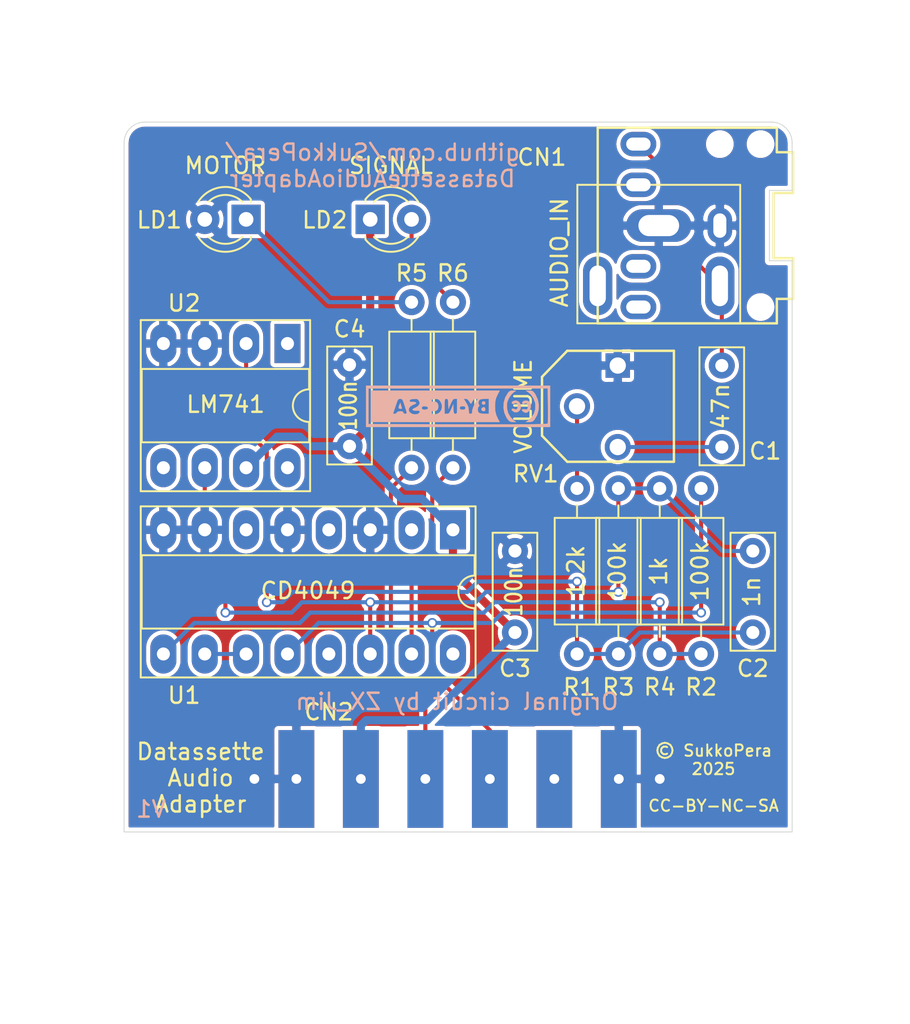
<source format=kicad_pcb>
(kicad_pcb (version 20171130) (host pcbnew 5.1.12)
  (title_block (title "Audio to Datassette Adapter") (date 2025-02-22) (rev 1git) (company SukkoPera) (comment 1 "Original circuit by ZX_Jim") (comment 2 https://zxjim.blogspot.com/2011_06_01_archive.html))
  (layers (0 F.Cu signal) (31 B.Cu signal) (36 B.SilkS user) (37 F.SilkS user) (38 B.Mask user) (39 F.Mask user) (44 Edge.Cuts user))
  (net 0 "")
  (net 1 "Net-(C1-Pad1)")
  (net 2 "Net-(C1-Pad2)")
  (net 3 "Net-(C2-Pad2)")
  (net 4 "Net-(C2-Pad1)")
  (net 5 "Net-(CN1-Pad3)")
  (net 6 GND)
  (net 7 /write)
  (net 8 /read)
  (net 9 /motor)
  (net 10 +5V)
  (net 11 "Net-(R1-Pad2)")
  (net 12 "Net-(R2-Pad1)")
  (net 13 "Net-(U1-Pad2)")
  (net 14 "Net-(U1-Pad10)")
  (net 15 "Net-(U1-Pad4)")
  (net 16 "Net-(U1-Pad6)")
  (net 17 "Net-(U2-Pad1)")
  (net 18 "Net-(U2-Pad5)")
  (net 19 "Net-(U2-Pad8)")
  (net 20 "Net-(LD1-Pad1)")
  (net 21 "Net-(LD2-Pad2)")
  (net 22 "Net-(R6-Pad2)")
  (net 23 "Net-(CN101-PadTN)")
  (net 24 "Net-(CN101-PadR)")
  (net 25 "Net-(CN101-PadRN)")
  (module CassetteAdapter:cc_by_nc_sa_small (layer B.Cu) (at 132.291667 83.352 180)
    (fp_text reference V0 hide)
    (fp_text value OSHW_LOGO hide)
    (fp_poly (pts (xy 5.672667 -1.27) (xy -5.630333 -1.27) (xy -5.630333 -0.550551) (xy -5.496475 -0.550551) (xy -5.494757 -0.786475) (xy -5.491138 -0.957034) (xy -5.485755 -1.045921) (xy -5.484341 -1.052918) (xy -5.467302 -1.062584) (xy -5.420188 -1.07122) (xy -5.339221 -1.07886) (xy -5.220625 -1.085542) (xy -5.060623 -1.0913) (xy -4.855439 -1.09617) (xy -4.601297 -1.100189) (xy -4.29442 -1.103391) (xy -3.931031 -1.105813) (xy -3.507355 -1.10749) (xy -3.019613 -1.108458) (xy -2.464031 -1.108753) (xy -1.836831 -1.10841) (xy -1.134236 -1.107466) (xy -0.352471 -1.105955) (xy 0.030482 -1.10509) (xy 5.5245 -1.0922) (xy 5.5245 1.0922) (xy -5.482167 1.0922) (xy -5.493657 0.052172) (xy -5.496154 -0.265566) (xy -5.496475 -0.550551) (xy -5.630333 -0.550551) (xy -5.630333 1.27) (xy 5.672667 1.27) (xy 5.672667 -1.27)) (layer B.SilkS) (width 0.01))
    (fp_poly (pts (xy -4.1275 0.96071) (xy -4.286993 0.859684) (xy -4.465451 0.696825) (xy -4.612377 0.4695) (xy -4.706277 0.214124) (xy -4.72317 0.120676) (xy -4.718641 -0.168745) (xy -4.637496 -0.441956) (xy -4.487782 -0.681684) (xy -4.277544 -0.870655) (xy -4.2545 -0.885474) (xy -4.1275 -0.964574) (xy -4.34183 -0.964887) (xy -4.484616 -0.954944) (xy -4.579907 -0.914184) (xy -4.663917 -0.826989) (xy -4.66508 -0.8255) (xy -4.828618 -0.546405) (xy -4.91801 -0.235271) (xy -4.932897 0.090118) (xy -4.87292 0.411976) (xy -4.737721 0.712519) (xy -4.697372 0.774701) (xy -4.610939 0.888515) (xy -4.533352 0.94446) (xy -4.42787 0.962259) (xy -4.346668 0.962955) (xy -4.1275 0.96071)) (layer B.SilkS) (width 0.01))
    (fp_poly (pts (xy -3.22081 0.954677) (xy -3.126361 0.915509) (xy -3.043362 0.830317) (xy -3.039587 0.825501) (xy -2.873699 0.545411) (xy -2.781012 0.235944) (xy -2.762051 -0.085158) (xy -2.817338 -0.400149) (xy -2.947397 -0.691284) (xy -2.992804 -0.759873) (xy -3.0883 -0.882413) (xy -3.169479 -0.943353) (xy -3.271432 -0.963602) (xy -3.337049 -0.96501) (xy -3.534833 -0.96482) (xy -3.404458 -0.869417) (xy -3.200641 -0.66917) (xy -3.057568 -0.420493) (xy -2.981977 -0.142299) (xy -2.980607 0.146497) (xy -3.002138 0.259899) (xy -3.084347 0.470705) (xy -3.213084 0.674389) (xy -3.363153 0.835205) (xy -3.44938 0.894407) (xy -3.520989 0.933797) (xy -3.533302 0.953777) (xy -3.477555 0.961315) (xy -3.362837 0.963212) (xy -3.22081 0.954677)) (layer B.SilkS) (width 0.01))
    (fp_poly (pts (xy 5.376333 0.9652) (xy 5.376333 -0.9652) (xy -2.537449 -0.9652) (xy -2.435487 -0.784901) (xy -2.319398 -0.531541) (xy -2.259643 -0.266432) (xy -2.248678 0.046565) (xy -2.250788 0.100141) (xy -2.270497 0.32711) (xy -2.301557 0.4572) (xy -1.862667 0.4572) (xy -1.862667 -0.4572) (xy -1.605884 -0.4572) (xy -1.453585 -0.448752) (xy -1.32633 -0.426915) (xy -1.267217 -0.404612) (xy -1.205401 -0.316731) (xy -1.185467 -0.189249) (xy -1.208914 -0.067925) (xy -1.25427 -0.009554) (xy -1.295688 0.041161) (xy -1.275436 0.072169) (xy -1.23234 0.15512) (xy -1.235089 0.272067) (xy -1.278823 0.375641) (xy -1.30955 0.404613) (xy -1.397048 0.43427) (xy -1.532663 0.45334) (xy -1.62705 0.4572) (xy -1.1827 0.4572) (xy -1.014683 0.169379) (xy -0.898584 -0.061444) (xy -0.849066 -0.244378) (xy -0.846667 -0.287821) (xy -0.837799 -0.404385) (xy -0.798584 -0.450552) (xy -0.740833 -0.4572) (xy -0.673355 -0.446526) (xy -0.642874 -0.395674) (xy -0.635094 -0.2764) (xy -0.635 -0.248106) (xy -0.619987 -0.1016) (xy -0.423333 -0.1016) (xy -0.409133 -0.16807) (xy -0.351739 -0.197447) (xy -0.254 -0.2032) (xy -0.143216 -0.194679) (xy -0.094254 -0.160243) (xy -0.084667 -0.1016) (xy -0.098867 -0.035129) (xy -0.156261 -0.005752) (xy -0.254 0) (xy -0.364784 -0.00852) (xy -0.413746 -0.042956) (xy -0.423333 -0.1016) (xy -0.619987 -0.1016) (xy -0.618506 -0.087157) (xy -0.560294 0.071247) (xy -0.483228 0.209094) (xy -0.331456 0.4572) (xy 0.084667 0.4572) (xy 0.084667 0) (xy 0.085557 -0.216444) (xy 0.091187 -0.350836) (xy 0.105989 -0.422725) (xy 0.134399 -0.451658) (xy 0.180851 -0.457181) (xy 0.188387 -0.4572) (xy 0.247257 -0.449102) (xy 0.280067 -0.408653) (xy 0.296475 -0.311619) (xy 0.304804 -0.1651) (xy 0.3175 0.127) (xy 0.4445 -0.164979) (xy 0.518113 -0.324579) (xy 0.575503 -0.412563) (xy 0.635549 -0.449773) (xy 0.709083 -0.457079) (xy 0.846667 -0.4572) (xy 0.846667 -0.037368) (xy 1.012394 -0.037368) (xy 1.051795 -0.219961) (xy 1.14971 -0.368694) (xy 1.28248 -0.451755) (xy 1.40588 -0.490713) (xy 1.488538 -0.50068) (xy 1.570062 -0.484695) (xy 1.598083 -0.475981) (xy 1.672413 -0.420334) (xy 1.693333 -0.361032) (xy 1.684707 -0.334254) (xy 2.377826 -0.334254) (xy 2.379253 -0.346184) (xy 2.431542 -0.42904) (xy 2.540694 -0.480709) (xy 2.681641 -0.495619) (xy 2.829313 -0.468199) (xy 2.864466 -0.454021) (xy 2.926558 -0.409648) (xy 3.175 -0.409648) (xy 3.211244 -0.4454) (xy 3.280833 -0.4572) (xy 3.365952 -0.430703) (xy 3.386667 -0.381) (xy 3.412171 -0.330228) (xy 3.498487 -0.307518) (xy 3.572637 -0.3048) (xy 3.713955 -0.321767) (xy 3.780301 -0.373879) (xy 3.782975 -0.381) (xy 3.83954 -0.4398) (xy 3.910583 -0.4572) (xy 4.013823 -0.4572) (xy 3.862117 0) (xy 3.790822 0.210694) (xy 3.738945 0.344161) (xy 3.695491 0.417993) (xy 3.649462 0.449782) (xy 3.589862 0.457119) (xy 3.576329 0.4572) (xy 3.509922 0.451894) (xy 3.461036 0.423526) (xy 3.417467 0.353424) (xy 3.367012 0.222914) (xy 3.308623 0.047552) (xy 3.248125 -0.143102) (xy 3.201904 -0.298637) (xy 3.177221 -0.394206) (xy 3.175 -0.409648) (xy 2.926558 -0.409648) (xy 2.995565 -0.360334) (xy 3.051124 -0.24443) (xy 3.034337 -0.12146) (xy 2.948397 -0.006573) (xy 2.796498 0.085084) (xy 2.747023 0.103101) (xy 2.630468 0.156999) (xy 2.594339 0.20976) (xy 2.634727 0.251214) (xy 2.747728 0.271189) (xy 2.811482 0.270926) (xy 2.932998 0.271668) (xy 2.988986 0.292616) (xy 2.997931 0.341356) (xy 2.997098 0.347126) (xy 2.967443 0.399477) (xy 2.887658 0.430545) (xy 2.742987 0.446953) (xy 2.602216 0.451063) (xy 2.51845 0.434291) (xy 2.464516 0.386662) (xy 2.431613 0.332653) (xy 2.386239 0.230715) (xy 2.393158 0.15153) (xy 2.425049 0.085769) (xy 2.505778 -0.003028) (xy 2.627825 -0.079493) (xy 2.665444 -0.095038) (xy 2.785405 -0.15354) (xy 2.824216 -0.207597) (xy 2.785347 -0.249438) (xy 2.672271 -0.271292) (xy 2.586308 -0.272211) (xy 2.456076 -0.273325) (xy 2.392435 -0.291915) (xy 2.377826 -0.334254) (xy 1.684707 -0.334254) (xy 1.675804 -0.306619) (xy 1.609638 -0.289881) (xy 1.53082 -0.295312) (xy 1.372113 -0.27864) (xy 1.269707 -0.189238) (xy 1.238827 -0.071642) (xy 1.874748 -0.071642) (xy 1.883833 -0.1524) (xy 1.939339 -0.184871) (xy 2.044624 -0.202271) (xy 2.076832 -0.2032) (xy 2.186615 -0.194405) (xy 2.234687 -0.158987) (xy 2.243667 -0.1016) (xy 2.229225 -0.034743) (xy 2.171066 -0.005468) (xy 2.076832 0) (xy 1.940969 -0.018744) (xy 1.874748 -0.071642) (xy 1.238827 -0.071642) (xy 1.228322 -0.03164) (xy 1.227667 -0.004244) (xy 1.26268 0.160172) (xy 1.358681 0.263969) (xy 1.502109 0.294692) (xy 1.546884 0.288907) (xy 1.64691 0.2767) (xy 1.685164 0.299122) (xy 1.685028 0.345573) (xy 1.652651 0.401988) (xy 1.566439 0.434112) (xy 1.457237 0.446834) (xy 1.318189 0.448064) (xy 1.226276 0.418284) (xy 1.14525 0.344083) (xy 1.129551 0.325607) (xy 1.036611 0.153137) (xy 1.012394 -0.037368) (xy 0.846667 -0.037368) (xy 0.846667 0) (xy 0.845778 0.216444) (xy 0.840152 0.350836) (xy 0.825351 0.422724) (xy 0.796937 0.451657) (xy 0.750469 0.457182) (xy 0.742853 0.4572) (xy 0.685754 0.449934) (xy 0.653139 0.412562) (xy 0.636408 0.321731) (xy 0.626961 0.154084) (xy 0.626437 0.141041) (xy 0.613833 -0.175119) (xy 0.473767 0.141041) (xy 0.394946 0.309487) (xy 0.334785 0.405194) (xy 0.276801 0.447859) (xy 0.209184 0.457201) (xy 0.084667 0.4572) (xy -0.331456 0.4572) (xy -0.451478 0.457054) (xy -0.564376 0.421058) (xy -0.656167 0.3048) (xy -0.717586 0.204552) (xy -0.759554 0.154003) (xy -0.763456 0.152547) (xy -0.797807 0.19157) (xy -0.852403 0.287434) (xy -0.861099 0.3048) (xy -0.941786 0.419736) (xy -1.04498 0.456864) (xy -1.05941 0.4572) (xy -1.1827 0.4572) (xy -1.62705 0.4572) (xy -1.862667 0.4572) (xy -2.301557 0.4572) (xy -2.312828 0.504402) (xy -2.390566 0.683255) (xy -2.401765 0.705103) (xy -2.536503 0.965201) (xy 1.419915 0.965201) (xy 5.376333 0.9652)) (layer B.SilkS) (width 0.01))
    (fp_poly (pts (xy -4.006411 0.329627) (xy -3.934322 0.275529) (xy -3.908859 0.193389) (xy -3.944795 0.142821) (xy -4.019657 0.141493) (xy -4.070111 0.16877) (xy -4.158946 0.190817) (xy -4.229598 0.134359) (xy -4.264491 0.022485) (xy -4.257908 -0.077993) (xy -4.232087 -0.164914) (xy -4.185837 -0.196776) (xy -4.090996 -0.18871) (xy -4.061919 -0.183293) (xy -3.94237 -0.179881) (xy -3.891206 -0.217631) (xy -3.914024 -0.281091) (xy -4.002492 -0.347445) (xy -4.097488 -0.392726) (xy -4.165509 -0.395615) (xy -4.233333 -0.37036) (xy -4.354001 -0.272288) (xy -4.428722 -0.123568) (xy -4.45102 0.044833) (xy -4.414419 0.201951) (xy -4.367583 0.271527) (xy -4.263895 0.333719) (xy -4.131165 0.3532) (xy -4.006411 0.329627)) (layer B.SilkS) (width 0.01))
    (fp_poly (pts (xy -3.393219 0.335438) (xy -3.30608 0.285465) (xy -3.267346 0.221456) (xy -3.293486 0.159187) (xy -3.300934 0.153191) (xy -3.382506 0.142207) (xy -3.430188 0.16508) (xy -3.532579 0.199745) (xy -3.607888 0.146069) (xy -3.640379 0.016394) (xy -3.640667 0) (xy -3.613238 -0.136483) (xy -3.541443 -0.198182) (xy -3.441017 -0.172753) (xy -3.430188 -0.165079) (xy -3.337533 -0.139057) (xy -3.298212 -0.155225) (xy -3.260738 -0.201081) (xy -3.291246 -0.259545) (xy -3.302 -0.27211) (xy -3.440381 -0.36527) (xy -3.601837 -0.364967) (xy -3.645133 -0.349294) (xy -3.766036 -0.254231) (xy -3.826529 -0.11818) (xy -3.831168 0.03469) (xy -3.784507 0.180212) (xy -3.691101 0.294217) (xy -3.555504 0.352537) (xy -3.512289 0.3556) (xy -3.393219 0.335438)) (layer B.SilkS) (width 0.01))
    (fp_poly (pts (xy -1.443748 -0.09725) (xy -1.403162 -0.169237) (xy -1.426684 -0.246558) (xy -1.499359 -0.2982) (xy -1.543838 -0.3048) (xy -1.625072 -0.284413) (xy -1.650448 -0.203681) (xy -1.651 -0.1778) (xy -1.62202 -0.076915) (xy -1.545513 -0.049751) (xy -1.443748 -0.09725)) (layer B.SilkS) (width 0.01))
    (fp_poly (pts (xy -1.462176 0.280988) (xy -1.439333 0.2032) (xy -1.464138 0.12353) (xy -1.545167 0.1016) (xy -1.628157 0.125413) (xy -1.651 0.2032) (xy -1.626196 0.282871) (xy -1.545167 0.3048) (xy -1.462176 0.280988)) (layer B.SilkS) (width 0.01))
    (fp_poly (pts (xy 3.624095 0.095625) (xy 3.674601 -0.045707) (xy 3.662927 -0.125206) (xy 3.587304 -0.152223) (xy 3.577167 -0.1524) (xy 3.497508 -0.14628) (xy 3.471333 -0.13458) (xy 3.483847 -0.079581) (xy 3.514499 0.031726) (xy 3.519761 0.049945) (xy 3.568189 0.21665) (xy 3.624095 0.095625)) (layer B.SilkS) (width 0.01))
  )
  (module CassetteAdapter:AudioJack_SJ1-3525N (layer F.Cu) (at 148.343 72.262 90)
    (fp_text reference CN101 hide)
    (fp_text value AUDIO_IN_JACK)
    (fp_line (start -6 -7.5) (end 6 -7.5) (layer F.SilkS) (width 0.15))
    (fp_line (start -4.5 4.5) (end -2 4.5) (layer F.SilkS) (width 0.15))
    (fp_line (start 6 3.5) (end 6 -7.5) (layer F.SilkS) (width 0.15))
    (fp_line (start -6 3.5) (end -6 -7.5) (layer F.SilkS) (width 0.15))
    (fp_line (start -4.5 4.5) (end -4.5 3.5) (layer F.SilkS) (width 0.15))
    (fp_line (start -4.5 3.5) (end -6 3.5) (layer F.SilkS) (width 0.15))
    (fp_line (start -2 4.5) (end -2 3.3) (layer F.SilkS) (width 0.15))
    (fp_line (start -2 3.3) (end 2 3.3) (layer F.SilkS) (width 0.15))
    (fp_line (start 2 3.3) (end 2 4.5) (layer F.SilkS) (width 0.15))
    (fp_line (start 2 4.5) (end 4.5 4.5) (layer F.SilkS) (width 0.15))
    (fp_line (start 4.5 4.5) (end 4.5 3.5) (layer F.SilkS) (width 0.15))
    (fp_line (start 6 3.5) (end 4.5 3.5) (layer F.SilkS) (width 0.15))
    (pad T thru_hole oval (at 5 -5 90) (size 1.5 2.2) (drill oval 0.8 1.5) (layers *.Cu *.Mask) (net 2 "Net-(C1-Pad2)"))
    (pad TN thru_hole oval (at 2.5 -5 90) (size 1.5 2.2) (drill oval 0.8 1.5) (layers *.Cu *.Mask) (net 23 "Net-(CN101-PadTN)"))
    (pad R thru_hole oval (at -5 -5 90) (size 1.5 2.2) (drill oval 0.8 1.5) (layers *.Cu *.Mask) (net 24 "Net-(CN101-PadR)"))
    (pad RN thru_hole oval (at -2.5 -5 90) (size 1.5 2.2) (drill oval 0.8 1.5) (layers *.Cu *.Mask) (net 25 "Net-(CN101-PadRN)"))
    (pad "" np_thru_hole circle (at 5 2.5 90) (size 1.2 1.2) (drill 1.2) (layers *.Cu *.Mask))
    (pad "" np_thru_hole circle (at 5 0 90) (size 1.2 1.2) (drill 1.2) (layers *.Cu *.Mask))
    (pad "" np_thru_hole circle (at -5 2.5 90) (size 1.2 1.2) (drill 1.2) (layers *.Cu *.Mask))
    (pad S thru_hole oval (at 0 0 90) (size 2.2 1.5) (drill oval 1.5 0.8) (layers *.Cu *.Mask) (net 6 GND))
  )
  (module CassetteAdapter:C64-Cassette-Port-Female (layer F.Cu) (at 131.699 109.22)
    (fp_text reference CN2 (at -7.366 -7.112) (layer F.SilkS))
    (fp_text value TAPE_PORT)
    (pad 1 smd rect (at 10.44 -3) (size 2.2 6) (layers F.Cu F.Paste F.Mask) (net 6 GND))
    (pad 2 smd rect (at 6.48 -3) (size 2.2 6) (layers F.Cu F.Paste F.Mask) (net 7 /write))
    (pad 3 smd rect (at 2.52 -3) (size 2.2 6) (layers F.Cu F.Paste F.Mask) (net 8 /read))
    (pad 4 smd rect (at -1.44 -3) (size 2.2 6) (layers F.Cu F.Paste F.Mask) (net 9 /motor))
    (pad 5 smd rect (at -5.4 -3) (size 2.2 6) (layers F.Cu F.Paste F.Mask) (net 10 +5V))
    (pad 6 smd rect (at -9.36 -3) (size 2.2 6) (layers F.Cu F.Paste F.Mask) (net 6 GND))
    (pad 1 smd rect (at 10.44 -3) (size 2.2 6) (layers B.Cu B.Paste B.Mask) (net 6 GND))
    (pad 2 smd rect (at 6.48 -3) (size 2.2 6) (layers B.Cu B.Paste B.Mask) (net 7 /write))
    (pad 3 smd rect (at 2.52 -3) (size 2.2 6) (layers B.Cu B.Paste B.Mask) (net 8 /read))
    (pad 4 smd rect (at -1.44 -3) (size 2.2 6) (layers B.Cu B.Paste B.Mask) (net 9 /motor))
    (pad 5 smd rect (at -5.4 -3) (size 2.2 6) (layers B.Cu B.Paste B.Mask) (net 10 +5V))
    (pad 6 smd rect (at -9.36 -3) (size 2.2 6) (layers B.Cu B.Paste B.Mask) (net 6 GND))
  )
  (module Capacitor_THT:C_Disc_D7.0mm_W2.5mm_P5.00mm (layer F.Cu) (at 148.463 85.852 90)
    (fp_text reference C1 (at -0.254 2.667 180) (layer F.SilkS))
    (fp_text value 47n (at 2.5 -0.0675 90) (layer F.SilkS))
    (fp_line (start 6.12 -1.37) (end 6.12 1.37) (layer F.SilkS) (width 0.12))
    (fp_line (start -1.12 -1.37) (end -1.12 1.37) (layer F.SilkS) (width 0.12))
    (fp_line (start -1.12 1.37) (end 6.12 1.37) (layer F.SilkS) (width 0.12))
    (fp_line (start -1.12 -1.37) (end 6.12 -1.37) (layer F.SilkS) (width 0.12))
    (pad 1 thru_hole circle (at 0 0 90) (size 1.6 1.6) (drill 0.8) (layers *.Cu *.Mask) (net 1 "Net-(C1-Pad1)"))
    (pad 2 thru_hole circle (at 5 0 90) (size 1.6 1.6) (drill 0.8) (layers *.Cu *.Mask) (net 2 "Net-(C1-Pad2)"))
  )
  (module Capacitor_THT:C_Disc_D7.0mm_W2.5mm_P5.00mm (layer F.Cu) (at 150.368 92.232 270)
    (fp_text reference C2 (at 7.209 0 180) (layer F.SilkS))
    (fp_text value 1n (at 2.5 0.0675 90) (layer F.SilkS))
    (fp_line (start -1.12 -1.37) (end 6.12 -1.37) (layer F.SilkS) (width 0.12))
    (fp_line (start -1.12 1.37) (end 6.12 1.37) (layer F.SilkS) (width 0.12))
    (fp_line (start -1.12 -1.37) (end -1.12 1.37) (layer F.SilkS) (width 0.12))
    (fp_line (start 6.12 -1.37) (end 6.12 1.37) (layer F.SilkS) (width 0.12))
    (pad 2 thru_hole circle (at 5 0 270) (size 1.6 1.6) (drill 0.8) (layers *.Cu *.Mask) (net 3 "Net-(C2-Pad2)"))
    (pad 1 thru_hole circle (at 0 0 270) (size 1.6 1.6) (drill 0.8) (layers *.Cu *.Mask) (net 4 "Net-(C2-Pad1)"))
  )
  (module CassetteAdapter:SWITCHCRAFT_PJRAN1X1U01X (layer F.Cu) (at 144.593 72.262 180)
    (fp_text reference CN1 (at 7.179 4.19) (layer F.SilkS))
    (fp_text value AUDIO_IN (at 6.096 -1.651 90) (layer F.SilkS))
    (fp_line (start 5 -6) (end -5 -6) (layer F.SilkS) (width 0.12))
    (fp_line (start 5 2.5) (end 5 -6) (layer F.SilkS) (width 0.12))
    (fp_line (start -5 2.5) (end 5 2.5) (layer F.SilkS) (width 0.12))
    (fp_line (start -5 -6) (end -5 2.5) (layer F.SilkS) (width 0.12))
    (pad 1 thru_hole oval (at 0 0 180) (size 4 2) (drill oval 2.5 1.3) (layers *.Cu *.Mask) (net 6 GND))
    (pad 3 thru_hole oval (at 3.75 -3.7 180) (size 1.8 3.6) (drill oval 1 2.5) (layers *.Cu *.Mask) (net 5 "Net-(CN1-Pad3)"))
    (pad 2 thru_hole oval (at -3.75 -3.7 180) (size 1.8 3.6) (drill oval 1 2.5) (layers *.Cu *.Mask) (net 2 "Net-(C1-Pad2)"))
  )
  (module CassetteAdapter:Pot_Bourns_3306P (layer F.Cu) (at 140.823 83.352 90)
    (fp_text reference RV1 (at -4.151 -3.79 180) (layer F.SilkS))
    (fp_text value 15k)
    (fp_line (start -1.805 -3.4) (end 1.805 -3.4) (layer F.SilkS) (width 0.15))
    (fp_line (start 3.405 -1.85) (end 3.405 4.7) (layer F.SilkS) (width 0.15))
    (fp_line (start -3.405 -1.85) (end -3.405 4.7) (layer F.SilkS) (width 0.15))
    (fp_line (start -3.405 4.7) (end 3.405 4.7) (layer F.SilkS) (width 0.15))
    (fp_line (start -3.405 -1.85) (end -1.805 -3.4) (layer F.SilkS) (width 0.15))
    (fp_line (start 3.405 -1.85) (end 1.805 -3.4) (layer F.SilkS) (width 0.15))
    (pad 1 thru_hole rect (at 2.5 1.25 90) (size 1.5 1.5) (drill 1) (layers *.Cu *.Mask) (net 6 GND))
    (pad 3 thru_hole circle (at -2.5 1.25 90) (size 1.6 1.6) (drill 1) (layers *.Cu *.Mask) (net 1 "Net-(C1-Pad1)"))
    (pad 2 thru_hole circle (at 0 -1.25 90) (size 1.6 1.6) (drill 1) (layers *.Cu *.Mask) (net 11 "Net-(R1-Pad2)"))
  )
  (module Package_DIP:DIP-8_W7.62mm_Socket_LongPads (layer F.Cu) (at 121.793 79.502 270)
    (fp_text reference U2 (at -2.4765 6.35 180) (layer F.SilkS))
    (fp_text value LM741 (at 3.7325 3.8 180) (layer F.SilkS))
    (fp_line (start 9.06 -1.39) (end -1.44 -1.39) (layer F.SilkS) (width 0.12))
    (fp_line (start 9.06 9.01) (end 9.06 -1.39) (layer F.SilkS) (width 0.12))
    (fp_line (start -1.44 9.01) (end 9.06 9.01) (layer F.SilkS) (width 0.12))
    (fp_line (start -1.44 -1.39) (end -1.44 9.01) (layer F.SilkS) (width 0.12))
    (fp_line (start 6.06 -1.33) (end 4.81 -1.33) (layer F.SilkS) (width 0.12))
    (fp_line (start 6.06 8.95) (end 6.06 -1.33) (layer F.SilkS) (width 0.12))
    (fp_line (start 1.56 8.95) (end 6.06 8.95) (layer F.SilkS) (width 0.12))
    (fp_line (start 1.56 -1.33) (end 1.56 8.95) (layer F.SilkS) (width 0.12))
    (fp_line (start 2.81 -1.33) (end 1.56 -1.33) (layer F.SilkS) (width 0.12))
    (fp_arc (start 3.81 -1.33) (end 2.81 -1.33) (angle -180) (layer F.SilkS) (width 0.12))
    (pad 1 thru_hole rect (at 0 0 270) (size 2.4 1.6) (drill 0.8) (layers *.Cu *.Mask) (net 17 "Net-(U2-Pad1)"))
    (pad 5 thru_hole oval (at 7.62 7.62 270) (size 2.4 1.6) (drill 0.8) (layers *.Cu *.Mask) (net 18 "Net-(U2-Pad5)"))
    (pad 2 thru_hole oval (at 0 2.54 270) (size 2.4 1.6) (drill 0.8) (layers *.Cu *.Mask) (net 3 "Net-(C2-Pad2)"))
    (pad 6 thru_hole oval (at 7.62 5.08 270) (size 2.4 1.6) (drill 0.8) (layers *.Cu *.Mask) (net 4 "Net-(C2-Pad1)"))
    (pad 3 thru_hole oval (at 0 5.08 270) (size 2.4 1.6) (drill 0.8) (layers *.Cu *.Mask) (net 6 GND))
    (pad 7 thru_hole oval (at 7.62 2.54 270) (size 2.4 1.6) (drill 0.8) (layers *.Cu *.Mask) (net 10 +5V))
    (pad 4 thru_hole oval (at 0 7.62 270) (size 2.4 1.6) (drill 0.8) (layers *.Cu *.Mask) (net 6 GND))
    (pad 8 thru_hole oval (at 7.62 0 270) (size 2.4 1.6) (drill 0.8) (layers *.Cu *.Mask) (net 19 "Net-(U2-Pad8)"))
  )
  (module LED_THT:LED_D3.0mm (layer F.Cu) (at 119.253 71.882 180)
    (fp_text reference LD1 (at 5.334 -0.039) (layer F.SilkS))
    (fp_text value LED)
    (fp_line (start -0.29 -1.236) (end -0.29 -1.08) (layer F.SilkS) (width 0.12))
    (fp_line (start -0.29 1.08) (end -0.29 1.236) (layer F.SilkS) (width 0.12))
    (fp_arc (start 1.27 0) (end 0.229039 1.08) (angle -87.9) (layer F.SilkS) (width 0.12))
    (fp_arc (start 1.27 0) (end 0.229039 -1.08) (angle 87.9) (layer F.SilkS) (width 0.12))
    (fp_arc (start 1.27 0) (end -0.29 1.235516) (angle -108.8) (layer F.SilkS) (width 0.12))
    (fp_arc (start 1.27 0) (end -0.29 -1.235516) (angle 108.8) (layer F.SilkS) (width 0.12))
    (pad 2 thru_hole circle (at 2.54 0 180) (size 1.8 1.8) (drill 0.9) (layers *.Cu *.Mask) (net 6 GND))
    (pad 1 thru_hole rect (at 0 0 180) (size 1.8 1.8) (drill 0.9) (layers *.Cu *.Mask) (net 20 "Net-(LD1-Pad1)"))
  )
  (module LED_THT:LED_D3.0mm (layer F.Cu) (at 126.873 71.882)
    (fp_text reference LD2 (at -2.794 0.039) (layer F.SilkS))
    (fp_text value LED)
    (fp_line (start -0.29 1.08) (end -0.29 1.236) (layer F.SilkS) (width 0.12))
    (fp_line (start -0.29 -1.236) (end -0.29 -1.08) (layer F.SilkS) (width 0.12))
    (fp_arc (start 1.27 0) (end -0.29 -1.235516) (angle 108.8) (layer F.SilkS) (width 0.12))
    (fp_arc (start 1.27 0) (end -0.29 1.235516) (angle -108.8) (layer F.SilkS) (width 0.12))
    (fp_arc (start 1.27 0) (end 0.229039 -1.08) (angle 87.9) (layer F.SilkS) (width 0.12))
    (fp_arc (start 1.27 0) (end 0.229039 1.08) (angle -87.9) (layer F.SilkS) (width 0.12))
    (pad 1 thru_hole rect (at 0 0) (size 1.8 1.8) (drill 0.9) (layers *.Cu *.Mask) (net 10 +5V))
    (pad 2 thru_hole circle (at 2.54 0) (size 1.8 1.8) (drill 0.9) (layers *.Cu *.Mask) (net 21 "Net-(LD2-Pad2)"))
  )
  (module Resistor_THT:R_Axial_DIN0207_L6.3mm_D2.5mm_P10.16mm_Horizontal (layer F.Cu) (at 139.573 98.552 90)
    (fp_text reference R1 (at -2.032 0.127 180) (layer F.SilkS))
    (fp_text value 1.2k (at 5.08 -0.0675 90) (layer F.SilkS))
    (fp_line (start 1.81 -1.37) (end 1.81 1.37) (layer F.SilkS) (width 0.12))
    (fp_line (start 1.81 1.37) (end 8.35 1.37) (layer F.SilkS) (width 0.12))
    (fp_line (start 8.35 1.37) (end 8.35 -1.37) (layer F.SilkS) (width 0.12))
    (fp_line (start 8.35 -1.37) (end 1.81 -1.37) (layer F.SilkS) (width 0.12))
    (fp_line (start 1.04 0) (end 1.81 0) (layer F.SilkS) (width 0.12))
    (fp_line (start 9.12 0) (end 8.35 0) (layer F.SilkS) (width 0.12))
    (pad 1 thru_hole circle (at 0 0 90) (size 1.6 1.6) (drill 0.8) (layers *.Cu *.Mask) (net 3 "Net-(C2-Pad2)"))
    (pad 2 thru_hole oval (at 10.16 0 90) (size 1.6 1.6) (drill 0.8) (layers *.Cu *.Mask) (net 11 "Net-(R1-Pad2)"))
  )
  (module Resistor_THT:R_Axial_DIN0207_L6.3mm_D2.5mm_P10.16mm_Horizontal (layer F.Cu) (at 147.193 98.552 90)
    (fp_text reference R2 (at -2.032 0 180) (layer F.SilkS))
    (fp_text value 100k (at 5.08 -0.0675 90) (layer F.SilkS))
    (fp_line (start 9.12 0) (end 8.35 0) (layer F.SilkS) (width 0.12))
    (fp_line (start 1.04 0) (end 1.81 0) (layer F.SilkS) (width 0.12))
    (fp_line (start 8.35 -1.37) (end 1.81 -1.37) (layer F.SilkS) (width 0.12))
    (fp_line (start 8.35 1.37) (end 8.35 -1.37) (layer F.SilkS) (width 0.12))
    (fp_line (start 1.81 1.37) (end 8.35 1.37) (layer F.SilkS) (width 0.12))
    (fp_line (start 1.81 -1.37) (end 1.81 1.37) (layer F.SilkS) (width 0.12))
    (pad 2 thru_hole oval (at 10.16 0 90) (size 1.6 1.6) (drill 0.8) (layers *.Cu *.Mask) (net 8 /read))
    (pad 1 thru_hole circle (at 0 0 90) (size 1.6 1.6) (drill 0.8) (layers *.Cu *.Mask) (net 12 "Net-(R2-Pad1)"))
  )
  (module Resistor_THT:R_Axial_DIN0207_L6.3mm_D2.5mm_P10.16mm_Horizontal (layer F.Cu) (at 142.113 88.392 270)
    (fp_text reference R3 (at 12.192 0 180) (layer F.SilkS))
    (fp_text value 100k (at 5.08 0.0675 90) (layer F.SilkS))
    (fp_line (start 9.12 0) (end 8.35 0) (layer F.SilkS) (width 0.12))
    (fp_line (start 1.04 0) (end 1.81 0) (layer F.SilkS) (width 0.12))
    (fp_line (start 8.35 -1.37) (end 1.81 -1.37) (layer F.SilkS) (width 0.12))
    (fp_line (start 8.35 1.37) (end 8.35 -1.37) (layer F.SilkS) (width 0.12))
    (fp_line (start 1.81 1.37) (end 8.35 1.37) (layer F.SilkS) (width 0.12))
    (fp_line (start 1.81 -1.37) (end 1.81 1.37) (layer F.SilkS) (width 0.12))
    (pad 2 thru_hole oval (at 10.16 0 270) (size 1.6 1.6) (drill 0.8) (layers *.Cu *.Mask) (net 3 "Net-(C2-Pad2)"))
    (pad 1 thru_hole circle (at 0 0 270) (size 1.6 1.6) (drill 0.8) (layers *.Cu *.Mask) (net 4 "Net-(C2-Pad1)"))
  )
  (module Resistor_THT:R_Axial_DIN0207_L6.3mm_D2.5mm_P10.16mm_Horizontal (layer F.Cu) (at 144.653 98.552 90)
    (fp_text reference R4 (at -2.032 0 180) (layer F.SilkS))
    (fp_text value 1k (at 5.08 -0.0675 90) (layer F.SilkS))
    (fp_line (start 1.81 -1.37) (end 1.81 1.37) (layer F.SilkS) (width 0.12))
    (fp_line (start 1.81 1.37) (end 8.35 1.37) (layer F.SilkS) (width 0.12))
    (fp_line (start 8.35 1.37) (end 8.35 -1.37) (layer F.SilkS) (width 0.12))
    (fp_line (start 8.35 -1.37) (end 1.81 -1.37) (layer F.SilkS) (width 0.12))
    (fp_line (start 1.04 0) (end 1.81 0) (layer F.SilkS) (width 0.12))
    (fp_line (start 9.12 0) (end 8.35 0) (layer F.SilkS) (width 0.12))
    (pad 1 thru_hole circle (at 0 0 90) (size 1.6 1.6) (drill 0.8) (layers *.Cu *.Mask) (net 12 "Net-(R2-Pad1)"))
    (pad 2 thru_hole oval (at 10.16 0 90) (size 1.6 1.6) (drill 0.8) (layers *.Cu *.Mask) (net 4 "Net-(C2-Pad1)"))
  )
  (module Resistor_THT:R_Axial_DIN0207_L6.3mm_D2.5mm_P10.16mm_Horizontal (layer F.Cu) (at 129.413 87.122 90)
    (fp_text reference R5 (at 11.938 0 180) (layer F.SilkS))
    (fp_text value 1.2k)
    (fp_line (start 1.81 -1.37) (end 1.81 1.37) (layer F.SilkS) (width 0.12))
    (fp_line (start 1.81 1.37) (end 8.35 1.37) (layer F.SilkS) (width 0.12))
    (fp_line (start 8.35 1.37) (end 8.35 -1.37) (layer F.SilkS) (width 0.12))
    (fp_line (start 8.35 -1.37) (end 1.81 -1.37) (layer F.SilkS) (width 0.12))
    (fp_line (start 1.04 0) (end 1.81 0) (layer F.SilkS) (width 0.12))
    (fp_line (start 9.12 0) (end 8.35 0) (layer F.SilkS) (width 0.12))
    (pad 1 thru_hole circle (at 0 0 90) (size 1.6 1.6) (drill 0.8) (layers *.Cu *.Mask) (net 9 /motor))
    (pad 2 thru_hole oval (at 10.16 0 90) (size 1.6 1.6) (drill 0.8) (layers *.Cu *.Mask) (net 20 "Net-(LD1-Pad1)"))
  )
  (module Package_DIP:DIP-16_W7.62mm_Socket_LongPads (layer F.Cu) (at 131.953 90.932 270)
    (fp_text reference U1 (at 10.16 16.51 180) (layer F.SilkS))
    (fp_text value CD4049 (at 3.7325 8.9 180) (layer F.SilkS))
    (fp_line (start 9.06 -1.39) (end -1.44 -1.39) (layer F.SilkS) (width 0.12))
    (fp_line (start 9.06 19.17) (end 9.06 -1.39) (layer F.SilkS) (width 0.12))
    (fp_line (start -1.44 19.17) (end 9.06 19.17) (layer F.SilkS) (width 0.12))
    (fp_line (start -1.44 -1.39) (end -1.44 19.17) (layer F.SilkS) (width 0.12))
    (fp_line (start 6.06 -1.33) (end 4.81 -1.33) (layer F.SilkS) (width 0.12))
    (fp_line (start 6.06 19.11) (end 6.06 -1.33) (layer F.SilkS) (width 0.12))
    (fp_line (start 1.56 19.11) (end 6.06 19.11) (layer F.SilkS) (width 0.12))
    (fp_line (start 1.56 -1.33) (end 1.56 19.11) (layer F.SilkS) (width 0.12))
    (fp_line (start 2.81 -1.33) (end 1.56 -1.33) (layer F.SilkS) (width 0.12))
    (fp_arc (start 3.81 -1.33) (end 2.81 -1.33) (angle -180) (layer F.SilkS) (width 0.12))
    (pad 1 thru_hole rect (at 0 0 270) (size 2.4 1.6) (drill 0.8) (layers *.Cu *.Mask) (net 10 +5V))
    (pad 9 thru_hole oval (at 7.62 17.78 270) (size 2.4 1.6) (drill 0.8) (layers *.Cu *.Mask) (net 12 "Net-(R2-Pad1)"))
    (pad 2 thru_hole oval (at 0 2.54 270) (size 2.4 1.6) (drill 0.8) (layers *.Cu *.Mask) (net 13 "Net-(U1-Pad2)"))
    (pad 10 thru_hole oval (at 7.62 15.24 270) (size 2.4 1.6) (drill 0.8) (layers *.Cu *.Mask) (net 14 "Net-(U1-Pad10)"))
    (pad 3 thru_hole oval (at 0 5.08 270) (size 2.4 1.6) (drill 0.8) (layers *.Cu *.Mask) (net 6 GND))
    (pad 11 thru_hole oval (at 7.62 12.7 270) (size 2.4 1.6) (drill 0.8) (layers *.Cu *.Mask) (net 14 "Net-(U1-Pad10)"))
    (pad 4 thru_hole oval (at 0 7.62 270) (size 2.4 1.6) (drill 0.8) (layers *.Cu *.Mask) (net 15 "Net-(U1-Pad4)"))
    (pad 12 thru_hole oval (at 7.62 10.16 270) (size 2.4 1.6) (drill 0.8) (layers *.Cu *.Mask) (net 8 /read))
    (pad 5 thru_hole oval (at 0 10.16 270) (size 2.4 1.6) (drill 0.8) (layers *.Cu *.Mask) (net 6 GND))
    (pad 13 thru_hole oval (at 7.62 7.62 270) (size 2.4 1.6) (drill 0.8) (layers *.Cu *.Mask))
    (pad 6 thru_hole oval (at 0 12.7 270) (size 2.4 1.6) (drill 0.8) (layers *.Cu *.Mask) (net 16 "Net-(U1-Pad6)"))
    (pad 14 thru_hole oval (at 7.62 5.08 270) (size 2.4 1.6) (drill 0.8) (layers *.Cu *.Mask) (net 4 "Net-(C2-Pad1)"))
    (pad 7 thru_hole oval (at 0 15.24 270) (size 2.4 1.6) (drill 0.8) (layers *.Cu *.Mask) (net 6 GND))
    (pad 15 thru_hole oval (at 7.62 2.54 270) (size 2.4 1.6) (drill 0.8) (layers *.Cu *.Mask) (net 22 "Net-(R6-Pad2)"))
    (pad 8 thru_hole oval (at 0 17.78 270) (size 2.4 1.6) (drill 0.8) (layers *.Cu *.Mask) (net 6 GND))
    (pad 16 thru_hole oval (at 7.62 0 270) (size 2.4 1.6) (drill 0.8) (layers *.Cu *.Mask))
  )
  (module Capacitor_THT:C_Disc_D7.0mm_W2.5mm_P5.00mm (layer F.Cu) (at 135.763 92.232 270)
    (fp_text reference C3 (at 7.209 0 180) (layer F.SilkS))
    (fp_text value 100n (at 2.5 0.0675 90) (layer F.SilkS) (effects (font (size 1 0.8))))
    (fp_line (start 6.12 -1.37) (end 6.12 1.37) (layer F.SilkS) (width 0.12))
    (fp_line (start -1.12 -1.37) (end -1.12 1.37) (layer F.SilkS) (width 0.12))
    (fp_line (start -1.12 1.37) (end 6.12 1.37) (layer F.SilkS) (width 0.12))
    (fp_line (start -1.12 -1.37) (end 6.12 -1.37) (layer F.SilkS) (width 0.12))
    (pad 1 thru_hole circle (at 0 0 270) (size 1.6 1.6) (drill 0.8) (layers *.Cu *.Mask) (net 6 GND))
    (pad 2 thru_hole circle (at 5 0 270) (size 1.6 1.6) (drill 0.8) (layers *.Cu *.Mask) (net 10 +5V))
  )
  (module Capacitor_THT:C_Disc_D7.0mm_W2.5mm_P5.00mm (layer F.Cu) (at 125.603 80.802 270)
    (fp_text reference C4 (at -2.189 0 180) (layer F.SilkS))
    (fp_text value 100n (at 2.5 0.0675 90) (layer F.SilkS) (effects (font (size 1 0.8))))
    (fp_line (start -1.12 -1.37) (end 6.12 -1.37) (layer F.SilkS) (width 0.12))
    (fp_line (start -1.12 1.37) (end 6.12 1.37) (layer F.SilkS) (width 0.12))
    (fp_line (start -1.12 -1.37) (end -1.12 1.37) (layer F.SilkS) (width 0.12))
    (fp_line (start 6.12 -1.37) (end 6.12 1.37) (layer F.SilkS) (width 0.12))
    (pad 2 thru_hole circle (at 5 0 270) (size 1.6 1.6) (drill 0.8) (layers *.Cu *.Mask) (net 10 +5V))
    (pad 1 thru_hole circle (at 0 0 315) (size 1.6 1.6) (drill 0.8) (layers *.Cu *.Mask) (net 6 GND))
  )
  (module Resistor_THT:R_Axial_DIN0207_L6.3mm_D2.5mm_P10.16mm_Horizontal (layer F.Cu) (at 131.953 76.962 270)
    (fp_text reference R6 (at -1.778 0 180) (layer F.SilkS))
    (fp_text value 1.2k)
    (fp_line (start 1.81 -1.37) (end 1.81 1.37) (layer F.SilkS) (width 0.12))
    (fp_line (start 1.81 1.37) (end 8.35 1.37) (layer F.SilkS) (width 0.12))
    (fp_line (start 8.35 1.37) (end 8.35 -1.37) (layer F.SilkS) (width 0.12))
    (fp_line (start 8.35 -1.37) (end 1.81 -1.37) (layer F.SilkS) (width 0.12))
    (fp_line (start 1.04 0) (end 1.81 0) (layer F.SilkS) (width 0.12))
    (fp_line (start 9.12 0) (end 8.35 0) (layer F.SilkS) (width 0.12))
    (pad 1 thru_hole circle (at 0 0 270) (size 1.6 1.6) (drill 0.8) (layers *.Cu *.Mask) (net 21 "Net-(LD2-Pad2)"))
    (pad 2 thru_hole oval (at 10.16 0 270) (size 1.6 1.6) (drill 0.8) (layers *.Cu *.Mask) (net 22 "Net-(R6-Pad2)"))
  )
  (gr_text V1 (at 113.411 108.077) (layer B.SilkS) (effects (font (size 1 1)) (justify mirror)))
  (gr_text "© SukkoPera\n2025\n\nCC-BY-NC-SA" (at 147.955 106.174) (layer F.SilkS) (effects (font (size 0.7 0.7) (thickness 0.12))))
  (gr_text "github.com/SukkoPera/\nDatassetteAudioAdapter" (at 127.014 68.58) (layer B.SilkS) (effects (font (size 1 1)) (justify mirror)))
  (gr_text "Datassette\nAudio\nAdapter" (at 116.459 106.1525) (layer F.SilkS) (effects (font (size 1 1))))
  (gr_line (start 152.781 70.104) (end 152.781 67.183) (layer Edge.Cuts) (width 0.05))
  (gr_line (start 151.384 70.104) (end 152.781 70.104) (layer Edge.Cuts) (width 0.05))
  (gr_line (start 151.384 74.422) (end 151.384 70.104) (layer Edge.Cuts) (width 0.05))
  (gr_line (start 152.781 74.422) (end 151.384 74.422) (layer Edge.Cuts) (width 0.05))
  (gr_text "Original circuit by ZX_Jim" (at 132.199 101.473) (layer B.SilkS) (effects (font (size 1 1)) (justify mirror)))
  (gr_arc (start 151.511 67.183) (end 152.781 67.183) (angle -90) (layer Edge.Cuts) (width 0.05))
  (gr_arc (start 113.03 67.183) (end 113.03 65.913) (angle -90) (layer Edge.Cuts) (width 0.05))
  (gr_text VOLUME (at 136.271 83.352 90) (layer F.SilkS) (effects (font (size 1 1))))
  (gr_text SIGNAL (at 128.148 68.58) (layer F.SilkS) (effects (font (size 1 1))))
  (gr_text MOTOR (at 117.978 68.58) (layer F.SilkS) (effects (font (size 1 1))))
  (gr_line (start 151.511 65.913) (end 113.03 65.913) (layer Edge.Cuts) (width 0.05))
  (gr_line (start 152.781 109.474) (end 152.781 74.422) (layer Edge.Cuts) (width 0.05))
  (gr_line (start 111.76 109.474) (end 152.781 109.474) (layer Edge.Cuts) (width 0.05))
  (gr_line (start 111.76 67.183) (end 111.76 109.474) (layer Edge.Cuts) (width 0.05))
  (segment (start 142.073 85.852) (end 148.463 85.852) (width 0.25) (layer B.Cu) (net 1))
  (segment (start 148.463 76.082) (end 148.343 75.962) (width 0.25) (layer F.Cu) (net 2))
  (segment (start 148.463 80.852) (end 148.463 76.082) (width 0.25) (layer F.Cu) (net 2))
  (segment (start 148.343 75.962) (end 147.066 74.685) (width 0.25) (layer F.Cu) (net 2))
  (segment (start 147.066 70.985) (end 143.343 67.262) (width 0.25) (layer F.Cu) (net 2))
  (segment (start 147.066 74.685) (end 147.066 70.985) (width 0.25) (layer F.Cu) (net 2))
  (segment (start 139.573 98.552) (end 142.113 98.552) (width 0.25) (layer B.Cu) (net 3))
  (segment (start 143.433 97.232) (end 150.368 97.232) (width 0.25) (layer B.Cu) (net 3))
  (segment (start 142.113 98.552) (end 143.433 97.232) (width 0.25) (layer B.Cu) (net 3))
  (segment (start 119.253 79.502) (end 119.253 84.836) (width 0.25) (layer F.Cu) (net 3))
  (segment (start 119.253 84.836) (end 120.523 86.106) (width 0.25) (layer F.Cu) (net 3))
  (via (at 120.523 95.377) (size 0.6) (drill 0.4) (layers F.Cu B.Cu) (net 3))
  (segment (start 120.523 86.106) (end 120.523 95.377) (width 0.25) (layer F.Cu) (net 3))
  (via (at 139.573 94.107) (size 0.6) (drill 0.4) (layers F.Cu B.Cu) (net 3))
  (segment (start 139.573 94.107) (end 139.573 98.552) (width 0.25) (layer F.Cu) (net 3))
  (segment (start 132.842 94.742) (end 133.477 94.107) (width 0.25) (layer B.Cu) (net 3))
  (segment (start 133.477 94.107) (end 139.573 94.107) (width 0.25) (layer B.Cu) (net 3))
  (segment (start 122.1105 94.742) (end 132.842 94.742) (width 0.25) (layer B.Cu) (net 3))
  (segment (start 121.4755 95.377) (end 122.1105 94.742) (width 0.25) (layer B.Cu) (net 3))
  (segment (start 120.523 95.377) (end 121.4755 95.377) (width 0.25) (layer B.Cu) (net 3))
  (segment (start 142.113 94.742) (end 142.113 88.392) (width 0.25) (layer F.Cu) (net 4))
  (via (at 142.113 94.742) (size 0.6) (drill 0.4) (layers F.Cu B.Cu) (net 4))
  (segment (start 148.493 92.232) (end 144.653 88.392) (width 0.25) (layer B.Cu) (net 4))
  (segment (start 150.368 92.232) (end 148.493 92.232) (width 0.25) (layer B.Cu) (net 4))
  (segment (start 144.653 88.392) (end 142.113 88.392) (width 0.25) (layer B.Cu) (net 4))
  (via (at 126.873 95.377) (size 0.6) (drill 0.4) (layers F.Cu B.Cu) (net 4))
  (segment (start 126.873 98.552) (end 126.873 95.377) (width 0.25) (layer F.Cu) (net 4))
  (segment (start 122.682 95.377) (end 126.873 95.377) (width 0.25) (layer B.Cu) (net 4))
  (segment (start 122.047 96.012) (end 122.682 95.377) (width 0.25) (layer B.Cu) (net 4))
  (segment (start 117.983 96.012) (end 122.047 96.012) (width 0.25) (layer B.Cu) (net 4))
  (via (at 117.983 96.012) (size 0.6) (drill 0.4) (layers F.Cu B.Cu) (net 4))
  (segment (start 116.713 88.646) (end 117.983 89.916) (width 0.25) (layer F.Cu) (net 4))
  (segment (start 116.713 87.122) (end 116.713 88.646) (width 0.25) (layer F.Cu) (net 4))
  (segment (start 117.983 96.012) (end 117.983 89.916) (width 0.25) (layer F.Cu) (net 4))
  (segment (start 133.985 94.742) (end 142.113 94.742) (width 0.25) (layer B.Cu) (net 4))
  (segment (start 133.35 95.377) (end 133.985 94.742) (width 0.25) (layer B.Cu) (net 4))
  (segment (start 126.873 95.377) (end 133.35 95.377) (width 0.25) (layer B.Cu) (net 4))
  (via (at 122.339 106.22) (size 0.8) (drill 0.6) (layers F.Cu B.Cu) (net 6))
  (via (at 142.139 106.22) (size 0.8) (drill 0.6) (layers F.Cu B.Cu) (net 6))
  (via (at 144.653 106.22) (size 0.8) (drill 0.6) (layers F.Cu B.Cu) (net 6))
  (via (at 119.761 106.22) (size 0.8) (drill 0.6) (layers F.Cu B.Cu) (net 6))
  (via (at 138.179 106.22) (size 0.8) (drill 0.6) (layers F.Cu B.Cu) (net 7))
  (via (at 147.193 96.012) (size 0.6) (drill 0.4) (layers F.Cu B.Cu) (net 8))
  (segment (start 147.193 88.392) (end 147.193 96.012) (width 0.25) (layer F.Cu) (net 8))
  (segment (start 123.698 96.647) (end 121.793 98.552) (width 0.25) (layer B.Cu) (net 8))
  (segment (start 130.683 96.647) (end 123.698 96.647) (width 0.25) (layer B.Cu) (net 8))
  (via (at 130.683 96.647) (size 0.6) (drill 0.4) (layers F.Cu B.Cu) (net 8))
  (via (at 134.219 106.22) (size 0.8) (drill 0.6) (layers F.Cu B.Cu) (net 8))
  (segment (start 130.683 99.695) (end 130.683 96.647) (width 0.25) (layer F.Cu) (net 8))
  (segment (start 134.219 103.231) (end 130.683 99.695) (width 0.25) (layer F.Cu) (net 8))
  (segment (start 134.219 106.22) (end 134.219 103.231) (width 0.25) (layer F.Cu) (net 8))
  (segment (start 139.573 96.012) (end 147.193 96.012) (width 0.25) (layer B.Cu) (net 8))
  (segment (start 135.001 96.012) (end 139.573 96.012) (width 0.25) (layer B.Cu) (net 8))
  (segment (start 134.366 96.647) (end 135.001 96.012) (width 0.25) (layer B.Cu) (net 8))
  (segment (start 130.683 96.647) (end 134.366 96.647) (width 0.25) (layer B.Cu) (net 8))
  (via (at 130.259 106.22) (size 0.8) (drill 0.6) (layers F.Cu B.Cu) (net 9))
  (segment (start 128.143 88.392) (end 129.413 87.122) (width 0.25) (layer F.Cu) (net 9))
  (segment (start 128.143 99.781) (end 128.143 88.392) (width 0.25) (layer F.Cu) (net 9))
  (segment (start 130.259 101.897) (end 128.143 99.781) (width 0.25) (layer F.Cu) (net 9))
  (segment (start 130.259 106.22) (end 130.259 101.897) (width 0.25) (layer F.Cu) (net 9))
  (via (at 126.299 106.22) (size 0.8) (drill 0.6) (layers F.Cu B.Cu) (net 10))
  (segment (start 125.603 85.802) (end 126.873 84.532) (width 0.5) (layer F.Cu) (net 10))
  (segment (start 128.828 89.027) (end 125.603 85.802) (width 0.5) (layer B.Cu) (net 10))
  (segment (start 130.048 89.027) (end 128.828 89.027) (width 0.5) (layer B.Cu) (net 10))
  (segment (start 131.953 90.932) (end 130.048 89.027) (width 0.5) (layer B.Cu) (net 10))
  (segment (start 126.299 102.936) (end 126.299 106.22) (width 0.5) (layer B.Cu) (net 10))
  (segment (start 126.619 102.616) (end 126.299 102.936) (width 0.5) (layer B.Cu) (net 10))
  (segment (start 130.379 102.616) (end 126.619 102.616) (width 0.5) (layer B.Cu) (net 10))
  (segment (start 135.763 97.232) (end 130.379 102.616) (width 0.5) (layer B.Cu) (net 10))
  (segment (start 126.873 71.882) (end 126.873 72.898) (width 0.5) (layer F.Cu) (net 10))
  (segment (start 126.873 72.898) (end 126.873 72.517) (width 0.5) (layer F.Cu) (net 10))
  (segment (start 126.873 84.532) (end 126.873 72.898) (width 0.5) (layer F.Cu) (net 10))
  (segment (start 121.158 85.217) (end 119.253 87.122) (width 0.5) (layer B.Cu) (net 10))
  (segment (start 122.555 85.217) (end 121.158 85.217) (width 0.5) (layer B.Cu) (net 10))
  (segment (start 123.14 85.802) (end 122.555 85.217) (width 0.5) (layer B.Cu) (net 10))
  (segment (start 125.603 85.802) (end 123.14 85.802) (width 0.5) (layer B.Cu) (net 10))
  (segment (start 131.953 93.422) (end 135.763 97.232) (width 0.5) (layer F.Cu) (net 10))
  (segment (start 131.953 90.932) (end 131.953 93.422) (width 0.5) (layer F.Cu) (net 10))
  (segment (start 139.573 88.392) (end 139.573 83.352) (width 0.25) (layer F.Cu) (net 11))
  (segment (start 144.653 98.552) (end 147.193 98.552) (width 0.25) (layer B.Cu) (net 12))
  (via (at 144.653 95.377) (size 0.6) (drill 0.4) (layers F.Cu B.Cu) (net 12))
  (segment (start 144.653 95.377) (end 144.653 98.552) (width 0.25) (layer F.Cu) (net 12))
  (segment (start 116.078 96.647) (end 114.173 98.552) (width 0.25) (layer B.Cu) (net 12))
  (segment (start 122.555 96.647) (end 116.078 96.647) (width 0.25) (layer B.Cu) (net 12))
  (segment (start 123.19 96.012) (end 122.555 96.647) (width 0.25) (layer B.Cu) (net 12))
  (segment (start 134.493 95.377) (end 133.858 96.012) (width 0.25) (layer B.Cu) (net 12))
  (segment (start 133.858 96.012) (end 123.19 96.012) (width 0.25) (layer B.Cu) (net 12))
  (segment (start 144.653 95.377) (end 134.493 95.377) (width 0.25) (layer B.Cu) (net 12))
  (segment (start 116.713 98.552) (end 119.253 98.552) (width 0.25) (layer B.Cu) (net 14))
  (segment (start 124.333 76.962) (end 119.253 71.882) (width 0.25) (layer B.Cu) (net 20))
  (segment (start 129.413 76.962) (end 124.333 76.962) (width 0.25) (layer B.Cu) (net 20))
  (segment (start 129.413 74.422) (end 131.953 76.962) (width 0.25) (layer F.Cu) (net 21))
  (segment (start 129.413 71.882) (end 129.413 74.422) (width 0.25) (layer F.Cu) (net 21))
  (segment (start 130.683 88.392) (end 131.953 87.122) (width 0.25) (layer F.Cu) (net 22))
  (segment (start 129.413 93.218) (end 130.683 91.948) (width 0.25) (layer F.Cu) (net 22))
  (segment (start 129.413 98.552) (end 129.413 93.218) (width 0.25) (layer F.Cu) (net 22))
  (segment (start 130.683 91.948) (end 130.683 88.392) (width 0.25) (layer F.Cu) (net 22))
  (zone (net 6) (net_name GND) (layer F.Cu) (connect_pads (clearance 0.254)) (min_thickness 0.127) (fill yes (arc_segments 32) (thermal_gap 0.254) (thermal_bridge_width 0.508))
    (polygon (pts (xy 157.48 114.3) (xy 106.68 114.3) (xy 106.68 60.96) (xy 157.48 60.96)))
  )
  (zone (net 6) (net_name GND) (layer B.Cu) (connect_pads (clearance 0.254)) (min_thickness 0.127) (fill yes (arc_segments 32) (thermal_gap 0.254) (thermal_bridge_width 0.508))
    (polygon (pts (xy 160.02 116.84) (xy 104.14 116.84) (xy 104.14 58.42) (xy 160.02 58.42)))
  )
  (zone (net 0) (net_name "") (layers F&B.Cu) (connect_pads (clearance 0.254)) (min_thickness 0.127)
    (keepout (tracks allowed) (vias allowed) (copperpour not_allowed))
    (fill (arc_segments 32) (thermal_gap 0.254) (thermal_bridge_width 0.508))
    (polygon (pts (xy 141.097 109.474) (xy 123.444 109.474) (xy 123.444 102.997) (xy 141.097 102.997)))
  )
)
</source>
